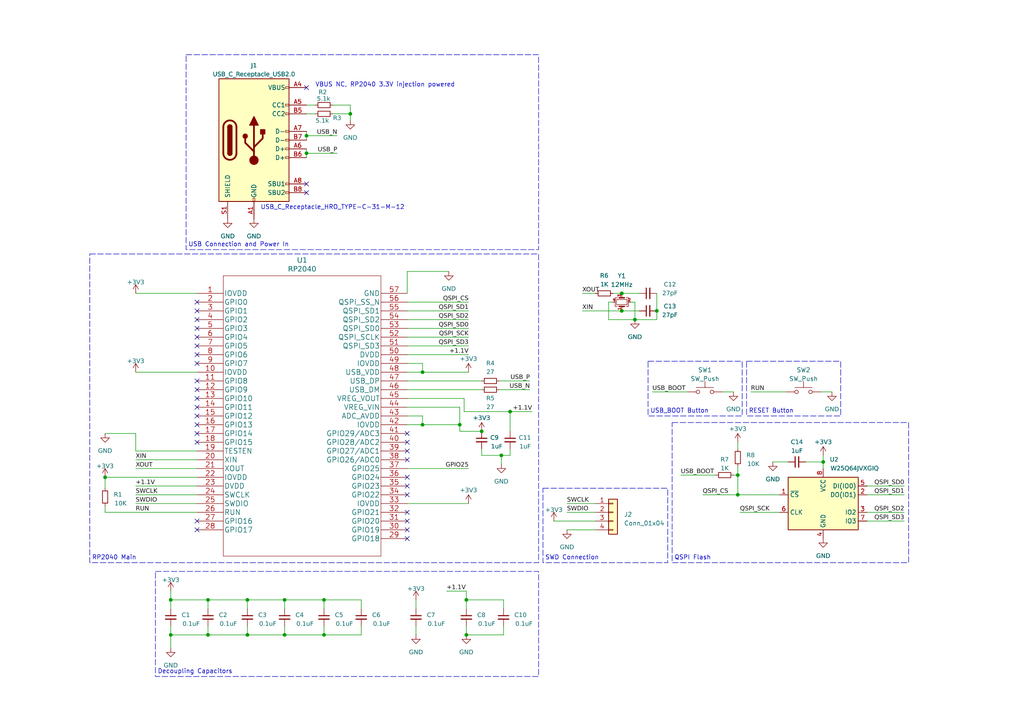
<source format=kicad_sch>
(kicad_sch (version 20230409) (generator eeschema)
  (paper "A4")
  (lib_symbols
    (symbol "2022-10-24_20-36-00:RP2040" (pin_names (offset 0.254))
      (property "Reference" "U" (at 30.48 10.16 0))
      (property "Value" "RP2040" (at 30.48 7.62 0))
      (symbol "RP2040_1_1"
        (polyline (pts (xy 7.62 -76.2) (xy 53.34 -76.2)) (stroke (width 0.127)))
        (polyline (pts (xy 7.62 5.08) (xy 7.62 -76.2)) (stroke (width 0.127)))
        (polyline (pts (xy 53.34 -76.2) (xy 53.34 5.08)) (stroke (width 0.127)))
        (polyline (pts (xy 53.34 5.08) (xy 7.62 5.08)) (stroke (width 0.127)))
        (pin power_in line (at 0 0 0) (length 7.62) (name "IOVDD") (number "1"))
        (pin power_in line (at 0 -22.86 0) (length 7.62) (name "IOVDD") (number "10"))
        (pin bidirectional line (at 0 -25.4 0) (length 7.62) (name "GPIO8") (number "11"))
        (pin bidirectional line (at 0 -27.94 0) (length 7.62) (name "GPIO9") (number "12"))
        (pin bidirectional line (at 0 -30.48 0) (length 7.62) (name "GPIO10") (number "13"))
        (pin bidirectional line (at 0 -33.02 0) (length 7.62) (name "GPIO11") (number "14"))
        (pin bidirectional line (at 0 -35.56 0) (length 7.62) (name "GPIO12") (number "15"))
        (pin bidirectional line (at 0 -38.1 0) (length 7.62) (name "GPIO13") (number "16"))
        (pin bidirectional line (at 0 -40.64 0) (length 7.62) (name "GPIO14") (number "17"))
        (pin bidirectional line (at 0 -43.18 0) (length 7.62) (name "GPIO15") (number "18"))
        (pin unspecified line (at 0 -45.72 0) (length 7.62) (name "TESTEN") (number "19"))
        (pin bidirectional line (at 0 -2.54 0) (length 7.62) (name "GPIO0") (number "2"))
        (pin unspecified line (at 0 -48.26 0) (length 7.62) (name "XIN") (number "20"))
        (pin output line (at 0 -50.8 0) (length 7.62) (name "XOUT") (number "21"))
        (pin power_in line (at 0 -53.34 0) (length 7.62) (name "IOVDD") (number "22"))
        (pin power_in line (at 0 -55.88 0) (length 7.62) (name "DVDD") (number "23"))
        (pin unspecified line (at 0 -58.42 0) (length 7.62) (name "SWCLK") (number "24"))
        (pin unspecified line (at 0 -60.96 0) (length 7.62) (name "SWDIO") (number "25"))
        (pin unspecified line (at 0 -63.5 0) (length 7.62) (name "RUN") (number "26"))
        (pin bidirectional line (at 0 -66.04 0) (length 7.62) (name "GPIO16") (number "27"))
        (pin bidirectional line (at 0 -68.58 0) (length 7.62) (name "GPIO17") (number "28"))
        (pin bidirectional line (at 60.96 -71.12 180) (length 7.62) (name "GPIO18") (number "29"))
        (pin bidirectional line (at 0 -5.08 0) (length 7.62) (name "GPIO1") (number "3"))
        (pin bidirectional line (at 60.96 -68.58 180) (length 7.62) (name "GPIO19") (number "30"))
        (pin bidirectional line (at 60.96 -66.04 180) (length 7.62) (name "GPIO20") (number "31"))
        (pin bidirectional line (at 60.96 -63.5 180) (length 7.62) (name "GPIO21") (number "32"))
        (pin power_in line (at 60.96 -60.96 180) (length 7.62) (name "IOVDD") (number "33"))
        (pin bidirectional line (at 60.96 -58.42 180) (length 7.62) (name "GPIO22") (number "34"))
        (pin bidirectional line (at 60.96 -55.88 180) (length 7.62) (name "GPIO23") (number "35"))
        (pin bidirectional line (at 60.96 -53.34 180) (length 7.62) (name "GPIO24") (number "36"))
        (pin bidirectional line (at 60.96 -50.8 180) (length 7.62) (name "GPIO25") (number "37"))
        (pin bidirectional line (at 60.96 -48.26 180) (length 7.62) (name "GPIO26/ADC0") (number "38"))
        (pin bidirectional line (at 60.96 -45.72 180) (length 7.62) (name "GPIO27/ADC1") (number "39"))
        (pin bidirectional line (at 0 -7.62 0) (length 7.62) (name "GPIO2") (number "4"))
        (pin bidirectional line (at 60.96 -43.18 180) (length 7.62) (name "GPIO28/ADC2") (number "40"))
        (pin bidirectional line (at 60.96 -40.64 180) (length 7.62) (name "GPIO29/ADC3") (number "41"))
        (pin power_in line (at 60.96 -38.1 180) (length 7.62) (name "IOVDD") (number "42"))
        (pin power_in line (at 60.96 -35.56 180) (length 7.62) (name "ADC_AVDD") (number "43"))
        (pin unspecified line (at 60.96 -33.02 180) (length 7.62) (name "VREG_VIN") (number "44"))
        (pin output line (at 60.96 -30.48 180) (length 7.62) (name "VREG_VOUT") (number "45"))
        (pin unspecified line (at 60.96 -27.94 180) (length 7.62) (name "USB_DM") (number "46"))
        (pin unspecified line (at 60.96 -25.4 180) (length 7.62) (name "USB_DP") (number "47"))
        (pin power_in line (at 60.96 -22.86 180) (length 7.62) (name "USB_VDD") (number "48"))
        (pin power_in line (at 60.96 -20.32 180) (length 7.62) (name "IOVDD") (number "49"))
        (pin bidirectional line (at 0 -10.16 0) (length 7.62) (name "GPIO3") (number "5"))
        (pin power_in line (at 60.96 -17.78 180) (length 7.62) (name "DVDD") (number "50"))
        (pin bidirectional line (at 60.96 -15.24 180) (length 7.62) (name "QSPI_SD3") (number "51"))
        (pin unspecified line (at 60.96 -12.7 180) (length 7.62) (name "QSPI_SCLK") (number "52"))
        (pin bidirectional line (at 60.96 -10.16 180) (length 7.62) (name "QSPI_SD0") (number "53"))
        (pin bidirectional line (at 60.96 -7.62 180) (length 7.62) (name "QSPI_SD2") (number "54"))
        (pin bidirectional line (at 60.96 -5.08 180) (length 7.62) (name "QSPI_SD1") (number "55"))
        (pin unspecified line (at 60.96 -2.54 180) (length 7.62) (name "QSPI_SS_N") (number "56"))
        (pin power_in line (at 60.96 0 180) (length 7.62) (name "GND") (number "57"))
        (pin bidirectional line (at 0 -12.7 0) (length 7.62) (name "GPIO4") (number "6"))
        (pin bidirectional line (at 0 -15.24 0) (length 7.62) (name "GPIO5") (number "7"))
        (pin bidirectional line (at 0 -17.78 0) (length 7.62) (name "GPIO6") (number "8"))
        (pin bidirectional line (at 0 -20.32 0) (length 7.62) (name "GPIO7") (number "9"))
      )
    )
    (symbol "Connector:USB_C_Receptacle_USB2.0" (pin_names (offset 1.016))
      (property "Reference" "J" (at -10.16 19.05 0))
      (property "Value" "USB_C_Receptacle_USB2.0" (at 19.05 19.05 0))
      (symbol "USB_C_Receptacle_USB2.0_0_0"
        (rectangle (start -0.254 -17.78) (end 0.254 -16.764))
        (rectangle (start 10.16 -14.986) (end 9.144 -15.494))
        (rectangle (start 10.16 -12.446) (end 9.144 -12.954))
        (rectangle (start 10.16 -4.826) (end 9.144 -5.334))
        (rectangle (start 10.16 -2.286) (end 9.144 -2.794))
        (rectangle (start 10.16 0.254) (end 9.144 -0.254))
        (rectangle (start 10.16 2.794) (end 9.144 2.286))
        (rectangle (start 10.16 7.874) (end 9.144 7.366))
        (rectangle (start 10.16 10.414) (end 9.144 9.906))
        (rectangle (start 10.16 15.494) (end 9.144 14.986))
      )
      (symbol "USB_C_Receptacle_USB2.0_0_1"
        (rectangle (start -10.16 17.78) (end 10.16 -17.78) (stroke (width 0.254)) (fill (type background)))
        (arc (start -8.89 -3.81) (mid -6.985 -5.7067) (end -5.08 -3.81) (stroke (width 0.508)))
        (arc (start -7.62 -3.81) (mid -6.985 -4.4423) (end -6.35 -3.81) (stroke (width 0.254)))
        (arc (start -7.62 -3.81) (mid -6.985 -4.4423) (end -6.35 -3.81) (stroke (width 0.254)) (fill (type outline)))
        (rectangle (start -7.62 -3.81) (end -6.35 3.81) (stroke (width 0.254)) (fill (type outline)))
        (arc (start -6.35 3.81) (mid -6.985 4.4423) (end -7.62 3.81) (stroke (width 0.254)))
        (arc (start -6.35 3.81) (mid -6.985 4.4423) (end -7.62 3.81) (stroke (width 0.254)) (fill (type outline)))
        (arc (start -5.08 3.81) (mid -6.985 5.7067) (end -8.89 3.81) (stroke (width 0.508)))
        (circle (center -2.54 1.143) (radius 0.635) (stroke (width 0.254)) (fill (type outline)))
        (circle (center 0 -5.842) (radius 1.27) (fill (type outline)))
        (polyline (pts (xy -8.89 -3.81) (xy -8.89 3.81)) (stroke (width 0.508)))
        (polyline (pts (xy -5.08 3.81) (xy -5.08 -3.81)) (stroke (width 0.508)))
        (polyline (pts (xy 0 -5.842) (xy 0 4.318)) (stroke (width 0.508)))
        (polyline (pts (xy 0 -3.302) (xy -2.54 -0.762) (xy -2.54 0.508)) (stroke (width 0.508)))
        (polyline (pts (xy 0 -2.032) (xy 2.54 0.508) (xy 2.54 1.778)) (stroke (width 0.508)))
        (polyline (pts (xy -1.27 4.318) (xy 0 6.858) (xy 1.27 4.318) (xy -1.27 4.318)) (stroke (width 0.254)) (fill (type outline)))
        (rectangle (start 1.905 1.778) (end 3.175 3.048) (stroke (width 0.254)) (fill (type outline)))
      )
      (symbol "USB_C_Receptacle_USB2.0_1_1"
        (pin passive line (at 0 -22.86 90) (length 5.08) (name "GND") (number "A1"))
        (pin passive line (at 0 -22.86 90) (length 5.08) hide (name "GND") (number "A12"))
        (pin passive line (at 15.24 15.24 180) (length 5.08) (name "VBUS") (number "A4"))
        (pin bidirectional line (at 15.24 10.16 180) (length 5.08) (name "CC1") (number "A5"))
        (pin bidirectional line (at 15.24 -2.54 180) (length 5.08) (name "D+") (number "A6"))
        (pin bidirectional line (at 15.24 2.54 180) (length 5.08) (name "D-") (number "A7"))
        (pin bidirectional line (at 15.24 -12.7 180) (length 5.08) (name "SBU1") (number "A8"))
        (pin passive line (at 15.24 15.24 180) (length 5.08) hide (name "VBUS") (number "A9"))
        (pin passive line (at 0 -22.86 90) (length 5.08) hide (name "GND") (number "B1"))
        (pin passive line (at 0 -22.86 90) (length 5.08) hide (name "GND") (number "B12"))
        (pin passive line (at 15.24 15.24 180) (length 5.08) hide (name "VBUS") (number "B4"))
        (pin bidirectional line (at 15.24 7.62 180) (length 5.08) (name "CC2") (number "B5"))
        (pin bidirectional line (at 15.24 -5.08 180) (length 5.08) (name "D+") (number "B6"))
        (pin bidirectional line (at 15.24 0 180) (length 5.08) (name "D-") (number "B7"))
        (pin bidirectional line (at 15.24 -15.24 180) (length 5.08) (name "SBU2") (number "B8"))
        (pin passive line (at 15.24 15.24 180) (length 5.08) hide (name "VBUS") (number "B9"))
        (pin passive line (at -7.62 -22.86 90) (length 5.08) (name "SHIELD") (number "S1"))
      )
    )
    (symbol "Connector_Generic:Conn_01x04" (pin_names (offset 1.016) hide)
      (property "Reference" "J" (at 0 5.08 0))
      (property "Value" "Conn_01x04" (at 0 -7.62 0))
      (symbol "Conn_01x04_1_1"
        (rectangle (start -1.27 -4.953) (end 0 -5.207) (stroke (width 0.1524)))
        (rectangle (start -1.27 -2.413) (end 0 -2.667) (stroke (width 0.1524)))
        (rectangle (start -1.27 0.127) (end 0 -0.127) (stroke (width 0.1524)))
        (rectangle (start -1.27 2.667) (end 0 2.413) (stroke (width 0.1524)))
        (rectangle (start -1.27 3.81) (end 1.27 -6.35) (stroke (width 0.254)) (fill (type background)))
        (pin passive line (at -5.08 2.54 0) (length 3.81) (name "Pin_1") (number "1"))
        (pin passive line (at -5.08 0 0) (length 3.81) (name "Pin_2") (number "2"))
        (pin passive line (at -5.08 -2.54 0) (length 3.81) (name "Pin_3") (number "3"))
        (pin passive line (at -5.08 -5.08 0) (length 3.81) (name "Pin_4") (number "4"))
      )
    )
    (symbol "Device:C_Small" (pin_numbers hide) (pin_names (offset 0.254) hide)
      (property "Reference" "C" (at 0.254 1.778 0))
      (property "Value" "C_Small" (at 0.254 -2.032 0))
      (symbol "C_Small_0_1"
        (polyline (pts (xy -1.524 -0.508) (xy 1.524 -0.508)) (stroke (width 0.3302)))
        (polyline (pts (xy -1.524 0.508) (xy 1.524 0.508)) (stroke (width 0.3048)))
      )
      (symbol "C_Small_1_1"
        (pin passive line (at 0 2.54 270) (length 2.032) (name "~") (number "1"))
        (pin passive line (at 0 -2.54 90) (length 2.032) (name "~") (number "2"))
      )
    )
    (symbol "Device:Crystal_GND24_Small" (pin_names (offset 1.016) hide)
      (property "Reference" "Y" (at 1.27 4.445 0))
      (property "Value" "Crystal_GND24_Small" (at 1.27 2.54 0))
      (symbol "Crystal_GND24_Small_0_1"
        (rectangle (start -0.762 -1.524) (end 0.762 1.524))
        (polyline (pts (xy -1.27 -0.762) (xy -1.27 0.762)) (stroke (width 0.381)))
        (polyline (pts (xy 1.27 -0.762) (xy 1.27 0.762)) (stroke (width 0.381)))
        (polyline (pts (xy -1.27 -1.27) (xy -1.27 -1.905) (xy 1.27 -1.905) (xy 1.27 -1.27)))
        (polyline (pts (xy -1.27 1.27) (xy -1.27 1.905) (xy 1.27 1.905) (xy 1.27 1.27)))
      )
      (symbol "Crystal_GND24_Small_1_1"
        (pin passive line (at -2.54 0 0) (length 1.27) (name "1") (number "1"))
        (pin passive line (at 0 -2.54 90) (length 0.635) (name "2") (number "2"))
        (pin passive line (at 2.54 0 180) (length 1.27) (name "3") (number "3"))
        (pin passive line (at 0 2.54 270) (length 0.635) (name "4") (number "4"))
      )
    )
    (symbol "Device:R_Small" (pin_numbers hide) (pin_names (offset 0.254) hide)
      (property "Reference" "R" (at 0.762 0.508 0))
      (property "Value" "R_Small" (at 0.762 -1.016 0))
      (symbol "R_Small_0_1"
        (rectangle (start -0.762 1.778) (end 0.762 -1.778) (stroke (width 0.2032)))
      )
      (symbol "R_Small_1_1"
        (pin passive line (at 0 2.54 270) (length 0.762) (name "~") (number "1"))
        (pin passive line (at 0 -2.54 90) (length 0.762) (name "~") (number "2"))
      )
    )
    (symbol "Memory_Flash:W25Q32JVSS"
      (property "Reference" "U" (at -8.89 8.89 0))
      (property "Value" "W25Q32JVSS" (at 7.62 8.89 0))
      (symbol "W25Q32JVSS_0_1"
        (rectangle (start -10.16 7.62) (end 10.16 -7.62) (stroke (width 0.254)) (fill (type background)))
      )
      (symbol "W25Q32JVSS_1_1"
        (pin input line (at -12.7 2.54 0) (length 2.54) (name "~{CS}") (number "1"))
        (pin bidirectional line (at 12.7 2.54 180) (length 2.54) (name "DO(IO1)") (number "2"))
        (pin bidirectional line (at 12.7 -2.54 180) (length 2.54) (name "IO2") (number "3"))
        (pin power_in line (at 0 -10.16 90) (length 2.54) (name "GND") (number "4"))
        (pin bidirectional line (at 12.7 5.08 180) (length 2.54) (name "DI(IO0)") (number "5"))
        (pin input line (at -12.7 -2.54 0) (length 2.54) (name "CLK") (number "6"))
        (pin bidirectional line (at 12.7 -5.08 180) (length 2.54) (name "IO3") (number "7"))
        (pin power_in line (at 0 10.16 270) (length 2.54) (name "VCC") (number "8"))
      )
    )
    (symbol "PCM_4ms_Power-symbol:GND" (power) (pin_names (offset 0))
      (property "Value" "GND" (at 0 -3.81 0))
      (symbol "GND_0_1"
        (polyline (pts (xy 0 0) (xy 0 -1.27) (xy 1.27 -1.27) (xy 0 -2.54) (xy -1.27 -1.27) (xy 0 -1.27)))
      )
      (symbol "GND_1_1"
        (pin power_in line (at 0 0 270) (length 0) hide (name "GND") (number "1"))
      )
    )
    (symbol "Switch:SW_Push" (pin_numbers hide) (pin_names (offset 1.016) hide)
      (property "Reference" "SW" (at 1.27 2.54 0))
      (property "Value" "SW_Push" (at 0 -1.524 0))
      (symbol "SW_Push_0_1"
        (circle (center -2.032 0) (radius 0.508))
        (polyline (pts (xy 0 1.27) (xy 0 3.048)))
        (polyline (pts (xy 2.54 1.27) (xy -2.54 1.27)))
        (circle (center 2.032 0) (radius 0.508))
        (pin passive line (at -5.08 0 0) (length 2.54) (name "1") (number "1"))
        (pin passive line (at 5.08 0 180) (length 2.54) (name "2") (number "2"))
      )
    )
    (symbol "power:+3.3V" (power) (pin_names (offset 0))
      (property "Value" "+3.3V" (at 0 3.556 0))
      (symbol "+3.3V_0_1"
        (polyline (pts (xy -0.762 1.27) (xy 0 2.54)))
        (polyline (pts (xy 0 0) (xy 0 2.54)))
        (polyline (pts (xy 0 2.54) (xy 0.762 1.27)))
      )
      (symbol "+3.3V_1_1"
        (pin power_in line (at 0 0 90) (length 0) hide (name "+3V3") (number "1"))
      )
    )
    (symbol "power:GND" (power) (pin_names (offset 0))
      (property "Value" "GND" (at 0 -3.81 0))
      (symbol "GND_0_1"
        (polyline (pts (xy 0 0) (xy 0 -1.27) (xy 1.27 -1.27) (xy 0 -2.54) (xy -1.27 -1.27) (xy 0 -1.27)))
      )
      (symbol "GND_1_1"
        (pin power_in line (at 0 0 270) (length 0) hide (name "GND") (number "1"))
      )
    )
  )
  (junction (at 135.255 173.99))
  (junction (at 93.98 173.99))
  (junction (at 49.53 173.99))
  (junction (at 180.34 90.17))
  (junction (at 184.15 92.71))
  (junction (at 60.325 184.15))
  (junction (at 88.9 39.37))
  (junction (at 71.755 184.15))
  (junction (at 190.5 90.17))
  (junction (at 147.955 119.38))
  (junction (at 133.35 123.19))
  (junction (at 82.55 184.15))
  (junction (at 139.7 125.095))
  (junction (at 30.48 138.43))
  (junction (at 88.9 44.45))
  (junction (at 82.55 173.99))
  (junction (at 60.325 173.99))
  (junction (at 122.555 107.95))
  (junction (at 122.555 123.19))
  (junction (at 101.6 33.02))
  (junction (at 145.415 132.08))
  (junction (at 213.995 137.795))
  (junction (at 238.76 133.985))
  (junction (at 213.995 143.51))
  (junction (at 49.53 184.15))
  (junction (at 71.755 173.99))
  (junction (at 135.255 184.15))
  (junction (at 180.34 85.09))
  (junction (at 93.98 184.15))
  (no_connect (at 118.11 128.27))
  (no_connect (at 118.11 130.81))
  (no_connect (at 118.11 156.21))
  (no_connect (at 118.11 125.73))
  (no_connect (at 118.11 140.97))
  (no_connect (at 57.15 115.57))
  (no_connect (at 57.15 118.11))
  (no_connect (at 57.15 153.67))
  (no_connect (at 57.15 151.13))
  (no_connect (at 118.11 151.13))
  (no_connect (at 118.11 143.51))
  (no_connect (at 57.15 90.17))
  (no_connect (at 57.15 95.25))
  (no_connect (at 118.11 138.43))
  (no_connect (at 57.15 105.41))
  (no_connect (at 57.15 100.33))
  (no_connect (at 57.15 113.03))
  (no_connect (at 57.15 125.73))
  (no_connect (at 88.9 55.88))
  (no_connect (at 57.15 120.65))
  (no_connect (at 57.15 87.63))
  (no_connect (at 57.15 110.49))
  (no_connect (at 118.11 133.35))
  (no_connect (at 118.11 153.67))
  (no_connect (at 88.9 53.34))
  (no_connect (at 57.15 128.27))
  (no_connect (at 57.15 97.79))
  (no_connect (at 118.11 148.59))
  (no_connect (at 88.9 25.4))
  (no_connect (at 57.15 102.87))
  (no_connect (at 57.15 123.19))
  (no_connect (at 57.15 92.71))
  (wire (pts (xy 135.255 173.99) (xy 146.05 173.99)))
  (wire (pts (xy 39.37 107.95) (xy 57.15 107.95)))
  (wire (pts (xy 88.9 33.02) (xy 91.44 33.02)))
  (wire (pts (xy 49.53 181.61) (xy 49.53 184.15)))
  (wire (pts (xy 82.55 173.99) (xy 93.98 173.99)))
  (wire (pts (xy 238.76 133.985) (xy 238.76 132.08)))
  (wire (pts (xy 135.89 87.63) (xy 118.11 87.63)))
  (wire (pts (xy 71.755 173.99) (xy 71.755 176.53)))
  (wire (pts (xy 164.465 146.05) (xy 172.72 146.05)))
  (wire (pts (xy 122.555 107.95) (xy 118.11 107.95)))
  (wire (pts (xy 209.55 113.665) (xy 212.725 113.665)))
  (wire (pts (xy 180.34 85.09) (xy 185.42 85.09)))
  (wire (pts (xy 120.65 181.61) (xy 120.65 184.15)))
  (wire (pts (xy 49.53 173.99) (xy 60.325 173.99)))
  (wire (pts (xy 118.11 115.57) (xy 134.62 115.57)))
  (wire (pts (xy 93.98 181.61) (xy 93.98 184.15)))
  (wire (pts (xy 118.11 120.65) (xy 122.555 120.65)))
  (wire (pts (xy 217.805 113.665) (xy 227.965 113.665)))
  (wire (pts (xy 39.37 125.73) (xy 30.48 125.73)))
  (wire (pts (xy 120.65 173.99) (xy 120.65 176.53)))
  (wire (pts (xy 133.35 125.095) (xy 139.7 125.095)))
  (wire (pts (xy 104.775 173.99) (xy 104.775 176.53)))
  (wire (pts (xy 88.9 38.1) (xy 88.9 39.37)))
  (wire (pts (xy 30.48 148.59) (xy 57.15 148.59)))
  (wire (pts (xy 135.89 102.87) (xy 118.11 102.87)))
  (wire (pts (xy 145.415 132.08) (xy 145.415 134.62)))
  (wire (pts (xy 129.54 171.45) (xy 135.255 171.45)))
  (wire (pts (xy 135.89 97.79) (xy 118.11 97.79)))
  (wire (pts (xy 213.995 128.27) (xy 213.995 130.175)))
  (wire (pts (xy 104.775 181.61) (xy 104.775 184.15)))
  (wire (pts (xy 49.53 173.99) (xy 49.53 176.53)))
  (wire (pts (xy 168.91 90.17) (xy 180.34 90.17)))
  (wire (pts (xy 135.255 173.99) (xy 135.255 176.53)))
  (wire (pts (xy 147.955 132.08) (xy 147.955 130.175)))
  (wire (pts (xy 118.11 118.11) (xy 133.35 118.11)))
  (wire (pts (xy 118.11 113.03) (xy 139.7 113.03)))
  (wire (pts (xy 93.98 173.99) (xy 104.775 173.99)))
  (wire (pts (xy 146.05 184.15) (xy 146.05 181.61)))
  (wire (pts (xy 147.955 119.38) (xy 154.305 119.38)))
  (wire (pts (xy 71.755 184.15) (xy 82.55 184.15)))
  (wire (pts (xy 238.76 133.985) (xy 238.76 135.89)))
  (wire (pts (xy 60.325 173.99) (xy 60.325 176.53)))
  (wire (pts (xy 30.48 146.685) (xy 30.48 148.59)))
  (wire (pts (xy 96.52 33.02) (xy 101.6 33.02)))
  (wire (pts (xy 190.5 92.71) (xy 190.5 90.17)))
  (wire (pts (xy 93.98 184.15) (xy 104.775 184.15)))
  (wire (pts (xy 118.11 110.49) (xy 139.7 110.49)))
  (wire (pts (xy 49.53 184.15) (xy 49.53 187.96)))
  (wire (pts (xy 251.46 143.51) (xy 262.255 143.51)))
  (wire (pts (xy 176.53 87.63) (xy 177.8 87.63)))
  (wire (pts (xy 133.35 123.19) (xy 133.35 125.095)))
  (wire (pts (xy 82.55 173.99) (xy 82.55 176.53)))
  (wire (pts (xy 39.37 85.09) (xy 57.15 85.09)))
  (wire (pts (xy 133.35 118.11) (xy 133.35 123.19)))
  (wire (pts (xy 96.52 30.48) (xy 101.6 30.48)))
  (wire (pts (xy 49.53 171.45) (xy 49.53 173.99)))
  (wire (pts (xy 88.9 39.37) (xy 88.9 40.64)))
  (wire (pts (xy 60.325 173.99) (xy 71.755 173.99)))
  (wire (pts (xy 212.725 137.795) (xy 213.995 137.795)))
  (wire (pts (xy 118.11 105.41) (xy 122.555 105.41)))
  (wire (pts (xy 182.88 87.63) (xy 184.15 87.63)))
  (wire (pts (xy 160.655 151.13) (xy 172.72 151.13)))
  (wire (pts (xy 135.89 146.05) (xy 118.11 146.05)))
  (wire (pts (xy 88.9 44.45) (xy 97.79 44.45)))
  (wire (pts (xy 60.325 181.61) (xy 60.325 184.15)))
  (wire (pts (xy 197.485 137.795) (xy 207.645 137.795)))
  (wire (pts (xy 49.53 184.15) (xy 60.325 184.15)))
  (wire (pts (xy 30.48 138.43) (xy 57.15 138.43)))
  (wire (pts (xy 147.955 119.38) (xy 147.955 125.095)))
  (wire (pts (xy 101.6 30.48) (xy 101.6 33.02)))
  (wire (pts (xy 190.5 85.09) (xy 190.5 90.17)))
  (wire (pts (xy 189.23 113.665) (xy 199.39 113.665)))
  (wire (pts (xy 93.98 173.99) (xy 93.98 176.53)))
  (wire (pts (xy 164.465 148.59) (xy 172.72 148.59)))
  (wire (pts (xy 88.9 43.18) (xy 88.9 44.45)))
  (wire (pts (xy 214.63 148.59) (xy 226.06 148.59)))
  (wire (pts (xy 238.125 113.665) (xy 241.3 113.665)))
  (wire (pts (xy 101.6 33.02) (xy 101.6 34.925)))
  (wire (pts (xy 145.415 132.08) (xy 147.955 132.08)))
  (wire (pts (xy 88.9 44.45) (xy 88.9 45.72)))
  (wire (pts (xy 135.255 171.45) (xy 135.255 173.99)))
  (wire (pts (xy 146.05 173.99) (xy 146.05 176.53)))
  (wire (pts (xy 135.89 100.33) (xy 118.11 100.33)))
  (wire (pts (xy 135.89 92.71) (xy 118.11 92.71)))
  (wire (pts (xy 118.11 78.74) (xy 118.11 85.09)))
  (wire (pts (xy 176.53 87.63) (xy 176.53 92.71)))
  (wire (pts (xy 135.255 181.61) (xy 135.255 184.15)))
  (wire (pts (xy 168.91 85.09) (xy 172.72 85.09)))
  (wire (pts (xy 60.325 184.15) (xy 71.755 184.15)))
  (wire (pts (xy 135.89 90.17) (xy 118.11 90.17)))
  (wire (pts (xy 130.175 78.74) (xy 118.11 78.74)))
  (wire (pts (xy 180.34 90.17) (xy 185.42 90.17)))
  (wire (pts (xy 88.9 30.48) (xy 91.44 30.48)))
  (wire (pts (xy 135.89 107.95) (xy 122.555 107.95)))
  (wire (pts (xy 251.46 140.97) (xy 262.255 140.97)))
  (wire (pts (xy 82.55 184.15) (xy 93.98 184.15)))
  (wire (pts (xy 71.755 181.61) (xy 71.755 184.15)))
  (wire (pts (xy 134.62 119.38) (xy 147.955 119.38)))
  (wire (pts (xy 251.46 148.59) (xy 262.255 148.59)))
  (wire (pts (xy 30.48 138.43) (xy 30.48 141.605)))
  (wire (pts (xy 122.555 105.41) (xy 122.555 107.95)))
  (wire (pts (xy 122.555 123.19) (xy 118.11 123.19)))
  (wire (pts (xy 57.15 130.81) (xy 39.37 130.81)))
  (wire (pts (xy 135.89 95.25) (xy 118.11 95.25)))
  (wire (pts (xy 139.7 132.08) (xy 145.415 132.08)))
  (wire (pts (xy 184.15 92.71) (xy 190.5 92.71)))
  (wire (pts (xy 213.995 135.255) (xy 213.995 137.795)))
  (wire (pts (xy 176.53 92.71) (xy 184.15 92.71)))
  (wire (pts (xy 144.78 113.03) (xy 153.67 113.03)))
  (wire (pts (xy 233.68 133.985) (xy 238.76 133.985)))
  (wire (pts (xy 122.555 123.19) (xy 133.35 123.19)))
  (wire (pts (xy 39.37 143.51) (xy 57.15 143.51)))
  (wire (pts (xy 39.37 135.89) (xy 57.15 135.89)))
  (wire (pts (xy 39.37 140.97) (xy 57.15 140.97)))
  (wire (pts (xy 39.37 146.05) (xy 57.15 146.05)))
  (wire (pts (xy 139.7 130.175) (xy 139.7 132.08)))
  (wire (pts (xy 144.78 110.49) (xy 153.67 110.49)))
  (wire (pts (xy 135.89 135.89) (xy 118.11 135.89)))
  (wire (pts (xy 213.995 143.51) (xy 226.06 143.51)))
  (wire (pts (xy 251.46 151.13) (xy 262.255 151.13)))
  (wire (pts (xy 164.465 153.67) (xy 172.72 153.67)))
  (wire (pts (xy 122.555 120.65) (xy 122.555 123.19)))
  (wire (pts (xy 71.755 173.99) (xy 82.55 173.99)))
  (wire (pts (xy 82.55 181.61) (xy 82.55 184.15)))
  (wire (pts (xy 203.835 143.51) (xy 213.995 143.51)))
  (wire (pts (xy 88.9 39.37) (xy 97.79 39.37)))
  (wire (pts (xy 184.15 87.63) (xy 184.15 92.71)))
  (wire (pts (xy 134.62 115.57) (xy 134.62 119.38)))
  (wire (pts (xy 135.255 184.15) (xy 146.05 184.15)))
  (wire (pts (xy 213.995 137.795) (xy 213.995 143.51)))
  (wire (pts (xy 39.37 133.35) (xy 57.15 133.35)))
  (wire (pts (xy 224.155 133.985) (xy 228.6 133.985)))
  (wire (pts (xy 39.37 130.81) (xy 39.37 125.73)))
  (wire (pts (xy 177.8 85.09) (xy 180.34 85.09)))
  (rectangle (start 216.535 104.775) (end 243.84 120.65) (stroke (width 0) (type dash)))
  (rectangle (start 157.48 141.605) (end 193.675 163.195) (stroke (width 0) (type dash)))
  (rectangle (start 53.975 15.875) (end 156.21 72.39) (stroke (width 0) (type dash)))
  (rectangle (start 194.945 122.555) (end 263.525 163.195) (stroke (width 0) (type dash)))
  (rectangle (start 45.085 165.735) (end 156.21 196.215) (stroke (width 0) (type dash)))
  (rectangle (start 187.96 104.775) (end 215.265 120.65) (stroke (width 0) (type dash)))
  (rectangle (start 26.035 73.66) (end 156.21 163.195) (stroke (width 0) (type dash)))
  (text "RESET Button\n" (at 217.17 120.015 0) (effects (font (size 1.27 1.27)) (justify left bottom)))
  (text "VBUS NC, RP2040 3.3V injection powered" (at 91.44 25.4 0) (effects (font (size 1.27 1.27)) (justify left bottom)))
  (text "RP2040 Main" (at 26.67 162.56 0) (effects (font (size 1.27 1.27)) (justify left bottom)))
  (text "Decoupling Capacitors" (at 45.72 195.58 0) (effects (font (size 1.27 1.27)) (justify left bottom)))
  (text "SWD Connection" (at 158.115 162.56 0) (effects (font (size 1.27 1.27)) (justify left bottom)))
  (text "USB Connection and Power In" (at 54.61 71.755 0) (effects (font (size 1.27 1.27)) (justify left bottom)))
  (text "QSPI Flash" (at 195.58 162.56 0) (effects (font (size 1.27 1.27)) (justify left bottom)))
  (text "USB_BOOT Button\n" (at 188.595 120.015 0) (effects (font (size 1.27 1.27)) (justify left bottom)))
  (text "USB_C_Receptacle_HRO_TYPE-C-31-M-12" (at 75.565 60.96 0) (effects (font (size 1.27 1.27)) (justify left bottom)))
  (label "RUN" (at 217.805 113.665 0))
  (label "SWCLK" (at 39.37 143.51 0))
  (label "GPIO25" (at 135.89 135.89 180))
  (label "+1.1V" (at 129.54 171.45 0))
  (label "SWDIO" (at 164.465 148.59 0))
  (label "QSPI_SCK" (at 214.63 148.59 0))
  (label "SWCLK" (at 164.465 146.05 0))
  (label "USB_N" (at 97.79 39.37 180))
  (label "+1.1V" (at 39.37 140.97 0))
  (label "XOUT" (at 39.37 135.89 0))
  (label "QSPI_CS" (at 203.835 143.51 0))
  (label "XOUT" (at 168.91 85.09 0))
  (label "QSPI_SD1" (at 135.89 90.17 180))
  (label "QSPI_SD0" (at 262.255 140.97 180))
  (label "QSPI_SD0" (at 135.89 95.25 180))
  (label "USB_P" (at 97.79 44.45 180))
  (label "USB_N" (at 153.67 113.03 180))
  (label "+1.1V" (at 135.89 102.87 180))
  (label "XIN" (at 168.91 90.17 0))
  (label "QSPI_SD2" (at 262.255 148.59 180))
  (label "RUN" (at 39.37 148.59 0))
  (label "QSPI_SCK" (at 135.89 97.79 180))
  (label "+1.1V" (at 154.305 119.38 180))
  (label "QSPI_SD1" (at 262.255 143.51 180))
  (label "USB_BOOT" (at 189.23 113.665 0))
  (label "USB_P" (at 153.67 110.49 180))
  (label "XIN" (at 39.37 133.35 0))
  (label "QSPI_SD2" (at 135.89 92.71 180))
  (label "QSPI_SD3" (at 135.89 100.33 180))
  (label "QSPI_SD3" (at 262.255 151.13 180))
  (label "SWDIO" (at 39.37 146.05 0))
  (label "QSPI_CS" (at 135.89 87.63 180))
  (label "USB_BOOT" (at 197.485 137.795 0))
  (symbol (lib_id "Device:C_Small") (at 147.955 127.635 0) (unit 1)
    (property "Reference" "C11" (at 150.495 127.0063 0) (effects (justify left)))
    (property "Value" "1uF" (at 150.495 129.5463 0) (effects (justify left)))
    (property "Footprint" "Capacitor_SMD:C_0402_1005Metric" (effects hide))
  )
  (symbol (lib_id "Device:C_Small") (at 71.755 179.07 0) (unit 1)
    (property "Reference" "C3" (at 74.93 178.4413 0) (effects (justify left)))
    (property "Value" "0.1uF" (at 74.93 180.9813 0) (effects (justify left)))
    (property "Footprint" "Capacitor_SMD:C_0402_1005Metric" (effects hide))
  )
  (symbol (lib_id "power:+3.3V") (at 238.76 132.08 0) (unit 1)
    (property "Reference" "#PWR024" (effects hide))
    (property "Value" "+3V3" (at 238.76 128.27 0))
  )
  (symbol (lib_id "power:+3.3V") (at 120.65 173.99 0) (unit 1)
    (property "Reference" "#PWR010" (effects hide))
    (property "Value" "+3V3" (at 120.65 170.815 0))
  )
  (symbol (lib_id "power:GND") (at 73.66 63.5 0) (unit 1)
    (property "Reference" "#PWR08" (effects hide))
    (property "Value" "GND" (at 73.66 68.58 0))
  )
  (symbol (lib_id "PCM_4ms_Power-symbol:GND") (at 30.48 125.73 0) (unit 1)
    (property "Reference" "#PWR01" (effects hide))
    (property "Value" "GND" (at 30.48 130.81 0))
  )
  (symbol (lib_id "Device:C_Small") (at 104.775 179.07 0) (unit 1)
    (property "Reference" "C6" (at 107.95 178.4413 0) (effects (justify left)))
    (property "Value" "0.1uF" (at 107.95 180.9813 0) (effects (justify left)))
    (property "Footprint" "Capacitor_SMD:C_0402_1005Metric" (effects hide))
  )
  (symbol (lib_id "Device:R_Small") (at 142.24 113.03 270) (unit 1)
    (property "Reference" "R5" (at 142.24 115.57 90))
    (property "Value" "27" (at 142.24 118.11 90))
    (property "Footprint" "Resistor_SMD:R_0603_1608Metric" (effects hide))
  )
  (symbol (lib_id "2022-10-24_20-36-00:RP2040") (at 57.15 85.09 0) (unit 1)
    (property "Reference" "U1" (at 87.63 75.565 0) (effects (font (size 1.524 1.524))))
    (property "Value" "RP2040" (at 87.63 78.105 0) (effects (font (size 1.524 1.524))))
    (property "Footprint" "Package_DFN_QFN:QFN-56-1EP_7x7mm_P0.4mm_EP3.2x3.2mm_ThermalVias" (effects hide))
  )
  (symbol (lib_id "power:GND") (at 66.04 63.5 0) (unit 1)
    (property "Reference" "#PWR07" (effects hide))
    (property "Value" "GND" (at 66.04 68.58 0))
  )
  (symbol (lib_id "Device:C_Small") (at 231.14 133.985 90) (unit 1)
    (property "Reference" "C14" (at 231.1463 128.27 90))
    (property "Value" "1uF" (at 231.1463 130.81 90))
    (property "Footprint" "Capacitor_SMD:C_0402_1005Metric" (effects hide))
  )
  (symbol (lib_id "power:+3.3V") (at 135.89 107.95 0) (unit 1)
    (property "Reference" "#PWR014" (effects hide))
    (property "Value" "+3V3" (at 135.89 104.14 0))
  )
  (symbol (lib_id "Device:C_Small") (at 135.255 179.07 0) (unit 1)
    (property "Reference" "C8" (at 138.43 178.4413 0) (effects (justify left)))
    (property "Value" "0.1uF" (at 138.43 180.9813 0) (effects (justify left)))
    (property "Footprint" "Capacitor_SMD:C_0402_1005Metric" (effects hide))
  )
  (symbol (lib_id "PCM_4ms_Power-symbol:GND") (at 212.725 113.665 0) (unit 1)
    (property "Reference" "#PWR021" (effects hide))
    (property "Value" "GND" (at 212.725 118.745 0))
  )
  (symbol (lib_id "power:+3.3V") (at 39.37 85.09 0) (unit 1)
    (property "Reference" "#PWR03" (effects hide))
    (property "Value" "+3V3" (at 39.37 81.915 0))
  )
  (symbol (lib_id "Device:C_Small") (at 146.05 179.07 0) (unit 1)
    (property "Reference" "C10" (at 149.225 178.4413 0) (effects (justify left)))
    (property "Value" "0.1uF" (at 149.225 180.9813 0) (effects (justify left)))
    (property "Footprint" "Capacitor_SMD:C_0402_1005Metric" (effects hide))
  )
  (symbol (lib_id "Device:C_Small") (at 187.96 90.17 90) (unit 1)
    (property "Reference" "C13" (at 194.31 88.9 90))
    (property "Value" "27pF" (at 194.31 91.44 90))
    (property "Footprint" "Capacitor_SMD:C_0402_1005Metric" (effects hide))
  )
  (symbol (lib_id "Device:C_Small") (at 60.325 179.07 0) (unit 1)
    (property "Reference" "C2" (at 63.5 178.4413 0) (effects (justify left)))
    (property "Value" "0.1uF" (at 63.5 180.9813 0) (effects (justify left)))
    (property "Footprint" "Capacitor_SMD:C_0402_1005Metric" (effects hide))
  )
  (symbol (lib_id "Device:C_Small") (at 187.96 85.09 90) (unit 1)
    (property "Reference" "C12" (at 194.31 82.55 90))
    (property "Value" "27pF" (at 194.31 85.09 90))
    (property "Footprint" "Capacitor_SMD:C_0402_1005Metric" (effects hide))
  )
  (symbol (lib_id "PCM_4ms_Power-symbol:GND") (at 241.3 113.665 0) (unit 1)
    (property "Reference" "#PWR026" (effects hide))
    (property "Value" "GND" (at 241.3 118.745 0))
  )
  (symbol (lib_id "Connector_Generic:Conn_01x04") (at 177.8 148.59 0) (unit 1)
    (property "Reference" "J2" (at 180.975 149.225 0) (effects (justify left)))
    (property "Value" "Conn_01x04" (at 180.975 151.765 0) (effects (justify left)))
    (property "Footprint" "Connector_PinHeader_2.54mm:PinHeader_1x04_P2.54mm_Vertical" (effects hide))
  )
  (symbol (lib_id "power:GND") (at 120.65 184.15 0) (unit 1)
    (property "Reference" "#PWR011" (effects hide))
    (property "Value" "GND" (at 120.65 189.23 0))
  )
  (symbol (lib_id "Device:C_Small") (at 120.65 179.07 0) (unit 1)
    (property "Reference" "C7" (at 123.825 178.4413 0) (effects (justify left)))
    (property "Value" "0.1uF" (at 123.825 180.9813 0) (effects (justify left)))
    (property "Footprint" "Capacitor_SMD:C_0402_1005Metric" (effects hide))
  )
  (symbol (lib_id "Device:Crystal_GND24_Small") (at 180.34 87.63 90) (unit 1)
    (property "Reference" "Y1" (at 180.34 80.01 90))
    (property "Value" "12MHz" (at 180.34 82.55 90))
    (property "Footprint" "Crystal:Crystal_SMD_2016-4Pin_2.0x1.6mm" (effects hide))
  )
  (symbol (lib_id "PCM_4ms_Power-symbol:GND") (at 130.175 78.74 0) (unit 1)
    (property "Reference" "#PWR012" (effects hide))
    (property "Value" "GND" (at 130.175 83.82 0))
  )
  (symbol (lib_id "power:+3.3V") (at 30.48 138.43 0) (unit 1)
    (property "Reference" "#PWR02" (effects hide))
    (property "Value" "+3V3" (at 30.48 135.255 0))
  )
  (symbol (lib_id "power:+3.3V") (at 213.995 128.27 0) (unit 1)
    (property "Reference" "#PWR022" (effects hide))
    (property "Value" "+3V3" (at 213.995 124.46 0))
  )
  (symbol (lib_id "Device:R_Small") (at 210.185 137.795 90) (unit 1)
    (property "Reference" "R7" (at 210.185 133.35 90))
    (property "Value" "1K" (at 210.185 135.89 90))
    (property "Footprint" "Resistor_SMD:R_0402_1005Metric" (effects hide))
  )
  (symbol (lib_id "Device:R_Small") (at 175.26 85.09 90) (unit 1)
    (property "Reference" "R6" (at 175.26 80.01 90))
    (property "Value" "1K" (at 175.26 82.55 90))
    (property "Footprint" "Resistor_SMD:R_0402_1005Metric" (effects hide))
  )
  (symbol (lib_id "power:GND") (at 49.53 187.96 0) (unit 1)
    (property "Reference" "#PWR06" (effects hide))
    (property "Value" "GND" (at 49.53 193.04 0))
  )
  (symbol (lib_id "Device:C_Small") (at 49.53 179.07 0) (unit 1)
    (property "Reference" "C1" (at 52.705 178.4413 0) (effects (justify left)))
    (property "Value" "0.1uF" (at 52.705 180.9813 0) (effects (justify left)))
    (property "Footprint" "Capacitor_SMD:C_0402_1005Metric" (effects hide))
  )
  (symbol (lib_id "Connector:USB_C_Receptacle_USB2.0") (at 73.66 40.64 0) (unit 1)
    (property "Reference" "J1" (at 73.66 19.05 0))
    (property "Value" "USB_C_Receptacle_USB2.0" (at 73.66 21.59 0))
    (property "Footprint" "Connector_USB:USB_C_Receptacle_HRO_TYPE-C-31-M-12" (effects hide))
    (property "Datasheet" "https://www.usb.org/sites/default/files/documents/usb_type-c.zip" (effects hide))
  )
  (symbol (lib_id "Device:R_Small") (at 213.995 132.715 180) (unit 1)
    (property "Reference" "R8" (at 216.535 132.08 0) (effects (justify right)))
    (property "Value" "10K" (at 216.535 134.62 0) (effects (justify right)))
    (property "Footprint" "Resistor_SMD:R_0402_1005Metric" (effects hide))
  )
  (symbol (lib_id "power:GND") (at 184.15 92.71 0) (unit 1)
    (property "Reference" "#PWR020" (effects hide))
    (property "Value" "GND" (at 184.15 97.79 0))
  )
  (symbol (lib_id "power:+3.3V") (at 139.7 125.095 0) (unit 1)
    (property "Reference" "#PWR016" (effects hide))
    (property "Value" "+3V3" (at 139.7 121.285 0))
  )
  (symbol (lib_id "Switch:SW_Push") (at 204.47 113.665 0) (unit 1)
    (property "Reference" "SW1" (at 204.47 107.315 0))
    (property "Value" "SW_Push" (at 204.47 109.855 0))
    (property "Footprint" "SLIM_6MM_SWITCH:SW_PUSH_6mm_SLIM" (effects hide))
  )
  (symbol (lib_id "Device:C_Small") (at 139.7 127.635 0) (unit 1)
    (property "Reference" "C9" (at 142.24 127.0063 0) (effects (justify left)))
    (property "Value" "1uF" (at 142.24 129.5463 0) (effects (justify left)))
    (property "Footprint" "Capacitor_SMD:C_0402_1005Metric" (effects hide))
  )
  (symbol (lib_id "power:+3.3V") (at 160.655 151.13 0) (unit 1)
    (property "Reference" "#PWR018" (effects hide))
    (property "Value" "+3V3" (at 160.655 147.955 0))
  )
  (symbol (lib_id "power:GND") (at 101.6 34.925 0) (unit 1)
    (property "Reference" "#PWR09" (effects hide))
    (property "Value" "GND" (at 101.6 40.005 0))
  )
  (symbol (lib_id "Device:R_Small") (at 30.48 144.145 0) (unit 1)
    (property "Reference" "R1" (at 33.02 143.51 0) (effects (justify left)))
    (property "Value" "10K" (at 33.02 146.05 0) (effects (justify left)))
    (property "Footprint" "Resistor_SMD:R_0402_1005Metric" (effects hide))
  )
  (symbol (lib_id "power:+3.3V") (at 49.53 171.45 0) (unit 1)
    (property "Reference" "#PWR05" (effects hide))
    (property "Value" "+3V3" (at 49.53 168.275 0))
  )
  (symbol (lib_id "power:+3.3V") (at 39.37 107.95 0) (unit 1)
    (property "Reference" "#PWR04" (effects hide))
    (property "Value" "+3V3" (at 39.37 104.775 0))
  )
  (symbol (lib_id "power:GND") (at 164.465 153.67 0) (unit 1)
    (property "Reference" "#PWR019" (effects hide))
    (property "Value" "GND" (at 164.465 158.75 0))
  )
  (symbol (lib_id "power:+3.3V") (at 135.89 146.05 0) (unit 1)
    (property "Reference" "#PWR015" (effects hide))
    (property "Value" "+3V3" (at 135.89 142.24 0))
  )
  (symbol (lib_id "PCM_4ms_Power-symbol:GND") (at 145.415 134.62 0) (unit 1)
    (property "Reference" "#PWR017" (effects hide))
    (property "Value" "GND" (at 145.415 139.7 0))
  )
  (symbol (lib_id "Device:R_Small") (at 142.24 110.49 90) (unit 1)
    (property "Reference" "R4" (at 142.24 105.41 90))
    (property "Value" "27" (at 142.24 107.95 90))
    (property "Footprint" "Resistor_SMD:R_0603_1608Metric" (effects hide))
  )
  (symbol (lib_id "Device:C_Small") (at 82.55 179.07 0) (unit 1)
    (property "Reference" "C4" (at 85.725 178.4413 0) (effects (justify left)))
    (property "Value" "0.1uF" (at 85.725 180.9813 0) (effects (justify left)))
    (property "Footprint" "Capacitor_SMD:C_0402_1005Metric" (effects hide))
  )
  (symbol (lib_id "PCM_4ms_Power-symbol:GND") (at 238.76 156.21 0) (unit 1)
    (property "Reference" "#PWR025" (effects hide))
    (property "Value" "GND" (at 238.76 161.29 0))
  )
  (symbol (lib_id "Device:R_Small") (at 93.98 33.02 90) (unit 1)
    (property "Reference" "R3" (at 97.79 34.29 90))
    (property "Value" "5.1k" (at 93.472 35.052 90))
    (property "Footprint" "Resistor_SMD:R_0402_1005Metric" (effects hide))
  )
  (symbol (lib_id "power:GND") (at 135.255 184.15 0) (unit 1)
    (property "Reference" "#PWR013" (effects hide))
    (property "Value" "GND" (at 135.255 189.23 0))
  )
  (symbol (lib_id "Device:R_Small") (at 93.98 30.48 90) (unit 1)
    (property "Reference" "R2" (at 93.599 26.797 90))
    (property "Value" "5.1k" (at 93.853 28.702 90))
    (property "Footprint" "Resistor_SMD:R_0402_1005Metric" (effects hide))
  )
  (symbol (lib_id "Device:C_Small") (at 93.98 179.07 0) (unit 1)
    (property "Reference" "C5" (at 97.155 178.4413 0) (effects (justify left)))
    (property "Value" "0.1uF" (at 97.155 180.9813 0) (effects (justify left)))
    (property "Footprint" "Capacitor_SMD:C_0402_1005Metric" (effects hide))
  )
  (symbol (lib_id "Switch:SW_Push") (at 233.045 113.665 0) (unit 1)
    (property "Reference" "SW2" (at 233.045 107.315 0))
    (property "Value" "SW_Push" (at 233.045 109.855 0))
    (property "Footprint" "SLIM_6MM_SWITCH:SW_PUSH_6mm_SLIM" (effects hide))
  )
  (symbol (lib_id "PCM_4ms_Power-symbol:GND") (at 224.155 133.985 0) (unit 1)
    (property "Reference" "#PWR023" (effects hide))
    (property "Value" "GND" (at 224.155 139.065 0))
  )
  (symbol (lib_id "Memory_Flash:W25Q32JVSS") (at 238.76 146.05 0) (unit 1)
    (property "Reference" "U2" (at 240.7159 133.35 0) (effects (justify left)))
    (property "Value" "W25Q64JVXGIQ" (at 240.7159 135.89 0) (effects (justify left)))
    (property "Footprint" "W25Q64JVXGIQ:DFN_XGIQ TR_WIN-M" (effects hide))
    (property "Datasheet" "https://www.digikey.com/en/products/detail/winbond-electronics/W25Q64JVXGIQ-TR/15181863" (effects hide))
  )
)
</source>
